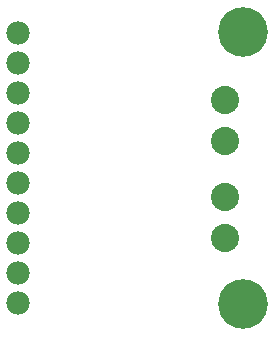
<source format=gbr>
G04 EAGLE Gerber RS-274X export*
G75*
%MOMM*%
%FSLAX34Y34*%
%LPD*%
%INSoldermask Bottom*%
%IPPOS*%
%AMOC8*
5,1,8,0,0,1.08239X$1,22.5*%
G01*
%ADD10C,1.981200*%
%ADD11C,2.387600*%
%ADD12C,4.203200*%


D10*
X15000Y254300D03*
X15000Y228900D03*
X15000Y203500D03*
X15000Y178100D03*
X15000Y152700D03*
X15000Y127300D03*
X15000Y101900D03*
X15000Y76500D03*
X15000Y51100D03*
X15000Y25700D03*
D11*
X190000Y116000D03*
X190000Y81000D03*
X190000Y198000D03*
X190000Y163000D03*
D12*
X205000Y25000D03*
X205000Y255000D03*
M02*

</source>
